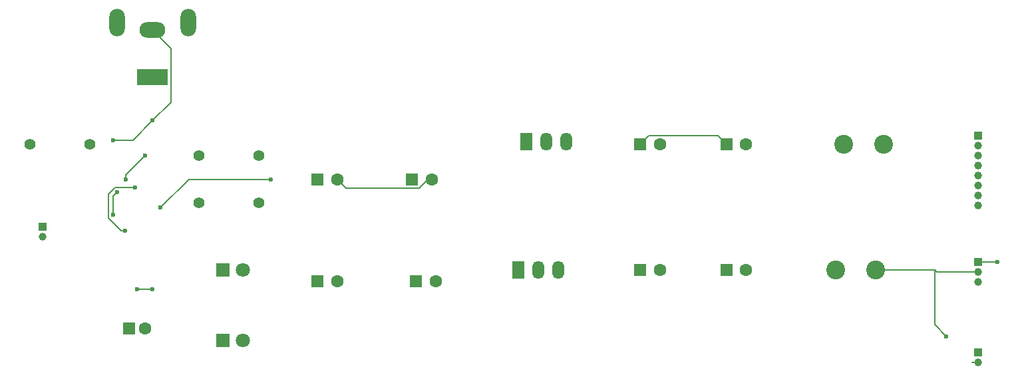
<source format=gbr>
%TF.GenerationSoftware,KiCad,Pcbnew,9.0.6*%
%TF.CreationDate,2026-01-20T17:25:10-06:00*%
%TF.ProjectId,MobileArkhamAsylum,4d6f6269-6c65-4417-926b-68616d417379,rev?*%
%TF.SameCoordinates,Original*%
%TF.FileFunction,Copper,L2,Bot*%
%TF.FilePolarity,Positive*%
%FSLAX46Y46*%
G04 Gerber Fmt 4.6, Leading zero omitted, Abs format (unit mm)*
G04 Created by KiCad (PCBNEW 9.0.6) date 2026-01-20 17:25:10*
%MOMM*%
%LPD*%
G01*
G04 APERTURE LIST*
G04 Aperture macros list*
%AMRoundRect*
0 Rectangle with rounded corners*
0 $1 Rounding radius*
0 $2 $3 $4 $5 $6 $7 $8 $9 X,Y pos of 4 corners*
0 Add a 4 corners polygon primitive as box body*
4,1,4,$2,$3,$4,$5,$6,$7,$8,$9,$2,$3,0*
0 Add four circle primitives for the rounded corners*
1,1,$1+$1,$2,$3*
1,1,$1+$1,$4,$5*
1,1,$1+$1,$6,$7*
1,1,$1+$1,$8,$9*
0 Add four rect primitives between the rounded corners*
20,1,$1+$1,$2,$3,$4,$5,0*
20,1,$1+$1,$4,$5,$6,$7,0*
20,1,$1+$1,$6,$7,$8,$9,0*
20,1,$1+$1,$8,$9,$2,$3,0*%
G04 Aperture macros list end*
%TA.AperFunction,ComponentPad*%
%ADD10RoundRect,0.250000X-0.550000X-0.550000X0.550000X-0.550000X0.550000X0.550000X-0.550000X0.550000X0*%
%TD*%
%TA.AperFunction,ComponentPad*%
%ADD11C,1.600000*%
%TD*%
%TA.AperFunction,ComponentPad*%
%ADD12R,4.000000X2.000000*%
%TD*%
%TA.AperFunction,ComponentPad*%
%ADD13O,3.300000X2.000000*%
%TD*%
%TA.AperFunction,ComponentPad*%
%ADD14O,2.000000X3.500000*%
%TD*%
%TA.AperFunction,ComponentPad*%
%ADD15R,1.000000X1.000000*%
%TD*%
%TA.AperFunction,ComponentPad*%
%ADD16C,1.000000*%
%TD*%
%TA.AperFunction,ComponentPad*%
%ADD17R,1.800000X1.800000*%
%TD*%
%TA.AperFunction,ComponentPad*%
%ADD18C,1.800000*%
%TD*%
%TA.AperFunction,ComponentPad*%
%ADD19R,1.500000X2.300000*%
%TD*%
%TA.AperFunction,ComponentPad*%
%ADD20O,1.500000X2.300000*%
%TD*%
%TA.AperFunction,ComponentPad*%
%ADD21C,2.400000*%
%TD*%
%TA.AperFunction,ComponentPad*%
%ADD22C,1.400000*%
%TD*%
%TA.AperFunction,ViaPad*%
%ADD23C,0.600000*%
%TD*%
%TA.AperFunction,Conductor*%
%ADD24C,0.200000*%
%TD*%
G04 APERTURE END LIST*
D10*
%TO.P,C1,1*%
%TO.N,GND*%
X108500000Y-116000000D03*
D11*
%TO.P,C1,2*%
%TO.N,Net-(C1-Pad2)*%
X110500000Y-116000000D03*
%TD*%
D12*
%TO.P,J5,1,L*%
%TO.N,Net-(J5-L)*%
X111500000Y-84000000D03*
D13*
%TO.P,J5,2,N*%
%TO.N,GND*%
X111500000Y-78000000D03*
D14*
%TO.P,J5,MP*%
%TO.N,N/C*%
X116000000Y-77000000D03*
X107000000Y-77000000D03*
%TD*%
D10*
%TO.P,C3,1*%
%TO.N,Net-(C3-Pad1)*%
X173544888Y-92500000D03*
D11*
%TO.P,C3,2*%
%TO.N,Net-(U1-OUT)*%
X176044888Y-92500000D03*
%TD*%
D15*
%TO.P,J3,1,Pin_1*%
%TO.N,GND*%
X216500000Y-91420000D03*
D16*
%TO.P,J3,2,Pin_2*%
%TO.N,/Power ESP32*%
X216500000Y-92690000D03*
%TO.P,J3,3,Pin_3*%
%TO.N,unconnected-(J3-Pin_3-Pad3)*%
X216500000Y-93960000D03*
%TO.P,J3,4,Pin_4*%
%TO.N,unconnected-(J3-Pin_4-Pad4)*%
X216500000Y-95230000D03*
%TO.P,J3,5,Pin_5*%
%TO.N,/ADC Readings for 3.3V*%
X216500000Y-96500000D03*
%TO.P,J3,6,Pin_6*%
%TO.N,/ADC Readings for 5V*%
X216500000Y-97770000D03*
%TO.P,J3,7,Pin_7*%
%TO.N,/Servo PWM*%
X216500000Y-99040000D03*
%TO.P,J3,8,Pin_8*%
%TO.N,/NMOS G*%
X216500000Y-100310000D03*
%TD*%
D10*
%TO.P,C2,1*%
%TO.N,Net-(U1-IN)*%
X144500000Y-97000000D03*
D11*
%TO.P,C2,2*%
%TO.N,Net-(C2-Pad2)*%
X147000000Y-97000000D03*
%TD*%
D10*
%TO.P,C8,1*%
%TO.N,Net-(U1-IN)*%
X132500000Y-110000000D03*
D11*
%TO.P,C8,2*%
%TO.N,Net-(C5-Pad1)*%
X135000000Y-110000000D03*
%TD*%
D17*
%TO.P,D2,1,K*%
%TO.N,Net-(D2-K)*%
X120460000Y-108500000D03*
D18*
%TO.P,D2,2,A*%
%TO.N,GND*%
X123000000Y-108500000D03*
%TD*%
D19*
%TO.P,U3,1,IN*%
%TO.N,Net-(U3-IN)*%
X158000000Y-108500000D03*
D20*
%TO.P,U3,2,GND*%
%TO.N,GND*%
X160540000Y-108500000D03*
%TO.P,U3,3,OUT*%
%TO.N,Net-(U3-OUT)*%
X163080000Y-108500000D03*
%TD*%
D15*
%TO.P,J1,1,Pin_1*%
%TO.N,GND*%
X216500000Y-107500000D03*
D16*
%TO.P,J1,2,Pin_2*%
%TO.N,Net-(J1-Pin_2)*%
X216500000Y-108770000D03*
%TO.P,J1,3,Pin_3*%
%TO.N,/Servo PWM*%
X216500000Y-110040000D03*
%TD*%
D15*
%TO.P,J4,1,Pin_1*%
%TO.N,GND*%
X216500000Y-119000000D03*
D16*
%TO.P,J4,2,Pin_2*%
%TO.N,Net-(J1-Pin_2)*%
X216500000Y-120270000D03*
%TD*%
D21*
%TO.P,R4,1*%
%TO.N,Net-(J1-Pin_2)*%
X203500000Y-108500000D03*
%TO.P,R4,2*%
%TO.N,/ADC Readings for 5V*%
X198420000Y-108500000D03*
%TD*%
D10*
%TO.P,C4,1*%
%TO.N,Net-(U3-OUT)*%
X173544888Y-108500000D03*
D11*
%TO.P,C4,2*%
%TO.N,Net-(C4-Pad2)*%
X176044888Y-108500000D03*
%TD*%
D10*
%TO.P,C9,1*%
%TO.N,Net-(C4-Pad2)*%
X184500000Y-108500000D03*
D11*
%TO.P,C9,2*%
%TO.N,Net-(J1-Pin_2)*%
X187000000Y-108500000D03*
%TD*%
D22*
%TO.P,R1,1*%
%TO.N,Net-(U2-TS)*%
X95880000Y-92500000D03*
%TO.P,R1,2*%
%TO.N,GND*%
X103500000Y-92500000D03*
%TD*%
D17*
%TO.P,D1,1,K*%
%TO.N,Net-(D1-K)*%
X120460000Y-117500000D03*
D18*
%TO.P,D1,2,A*%
%TO.N,GND*%
X123000000Y-117500000D03*
%TD*%
D22*
%TO.P,R3,1*%
%TO.N,Net-(U2-ISET)*%
X117380000Y-94000000D03*
%TO.P,R3,2*%
%TO.N,GND*%
X125000000Y-94000000D03*
%TD*%
D15*
%TO.P,J2,1,Pin_1*%
%TO.N,Net-(J2-Pin_1)*%
X97500000Y-103000000D03*
D16*
%TO.P,J2,2,Pin_2*%
%TO.N,GND*%
X97500000Y-104270000D03*
%TD*%
D10*
%TO.P,C5,1*%
%TO.N,Net-(C5-Pad1)*%
X145000000Y-110000000D03*
D11*
%TO.P,C5,2*%
%TO.N,Net-(U3-IN)*%
X147500000Y-110000000D03*
%TD*%
D10*
%TO.P,C7,1*%
%TO.N,Net-(C3-Pad1)*%
X184500000Y-92500000D03*
D11*
%TO.P,C7,2*%
%TO.N,/Power ESP32*%
X187000000Y-92500000D03*
%TD*%
D19*
%TO.P,U1,1,IN*%
%TO.N,Net-(U1-IN)*%
X159052500Y-92207500D03*
D20*
%TO.P,U1,2,GND*%
%TO.N,GND*%
X161592500Y-92207500D03*
%TO.P,U1,3,OUT*%
%TO.N,Net-(U1-OUT)*%
X164132500Y-92207500D03*
%TD*%
D22*
%TO.P,R2,1*%
%TO.N,Net-(U2-ILIM)*%
X117380000Y-100000000D03*
%TO.P,R2,2*%
%TO.N,GND*%
X125000000Y-100000000D03*
%TD*%
D21*
%TO.P,R5,1*%
%TO.N,/Power ESP32*%
X199420000Y-92500000D03*
%TO.P,R5,2*%
%TO.N,/ADC Readings for 3.3V*%
X204500000Y-92500000D03*
%TD*%
D10*
%TO.P,C6,1*%
%TO.N,Net-(C6-Pad1)*%
X132500000Y-97000000D03*
D11*
%TO.P,C6,2*%
%TO.N,Net-(C2-Pad2)*%
X135000000Y-97000000D03*
%TD*%
D23*
%TO.N,GND*%
X106500000Y-101500000D03*
X107000000Y-98600000D03*
X111500000Y-89500000D03*
X219000000Y-107500000D03*
X106500000Y-92000000D03*
%TO.N,Net-(U2-ISET)*%
X108087500Y-97000000D03*
X110500000Y-94000000D03*
%TO.N,Net-(D1-K)*%
X111500000Y-111000000D03*
X109500000Y-111000000D03*
%TO.N,Net-(C6-Pad1)*%
X112500000Y-100600000D03*
X126500000Y-97000000D03*
%TO.N,Net-(J1-Pin_2)*%
X212500000Y-117000000D03*
%TO.N,Net-(J5-L)*%
X109287500Y-98000000D03*
X108000000Y-103500000D03*
%TD*%
D24*
%TO.N,GND*%
X106500000Y-101500000D02*
X106500000Y-99100000D01*
X106500000Y-99100000D02*
X107000000Y-98600000D01*
X216500000Y-107500000D02*
X219000000Y-107500000D01*
X111500000Y-89500000D02*
X109000000Y-92000000D01*
X111500000Y-78000000D02*
X113801000Y-80301000D01*
X113801000Y-87199000D02*
X111500000Y-89500000D01*
X113801000Y-80301000D02*
X113801000Y-87199000D01*
X109000000Y-92000000D02*
X106500000Y-92000000D01*
%TO.N,Net-(C2-Pad2)*%
X136101000Y-98101000D02*
X145399000Y-98101000D01*
X145399000Y-98101000D02*
X146500000Y-97000000D01*
X135000000Y-97000000D02*
X136101000Y-98101000D01*
%TO.N,Net-(U2-ISET)*%
X108087500Y-97000000D02*
X108087500Y-96412500D01*
X108087500Y-96412500D02*
X110500000Y-94000000D01*
%TO.N,Net-(C3-Pad1)*%
X174645888Y-91399000D02*
X183399000Y-91399000D01*
X183399000Y-91399000D02*
X184500000Y-92500000D01*
X173544888Y-92500000D02*
X174645888Y-91399000D01*
%TO.N,Net-(D1-K)*%
X111500000Y-111000000D02*
X109500000Y-111000000D01*
%TO.N,Net-(C6-Pad1)*%
X116100000Y-97000000D02*
X112500000Y-100600000D01*
X126500000Y-97000000D02*
X116100000Y-97000000D01*
%TO.N,Net-(J1-Pin_2)*%
X211000000Y-115477106D02*
X212500000Y-116977106D01*
X216500000Y-120270000D02*
X215792894Y-120270000D01*
X216230000Y-108500000D02*
X216500000Y-108770000D01*
X211270000Y-108770000D02*
X211000000Y-108500000D01*
X203500000Y-108500000D02*
X211000000Y-108500000D01*
X212500000Y-116977106D02*
X212500000Y-117000000D01*
X211000000Y-115477106D02*
X211000000Y-108500000D01*
X216500000Y-108770000D02*
X211270000Y-108770000D01*
%TO.N,Net-(J5-L)*%
X105899000Y-101899000D02*
X106500000Y-102500000D01*
X105899000Y-98851057D02*
X105899000Y-101899000D01*
X106750057Y-98000000D02*
X105899000Y-98851057D01*
X109287500Y-98000000D02*
X106750057Y-98000000D01*
X107500000Y-103500000D02*
X108000000Y-103500000D01*
X106500000Y-102500000D02*
X107500000Y-103500000D01*
%TD*%
M02*

</source>
